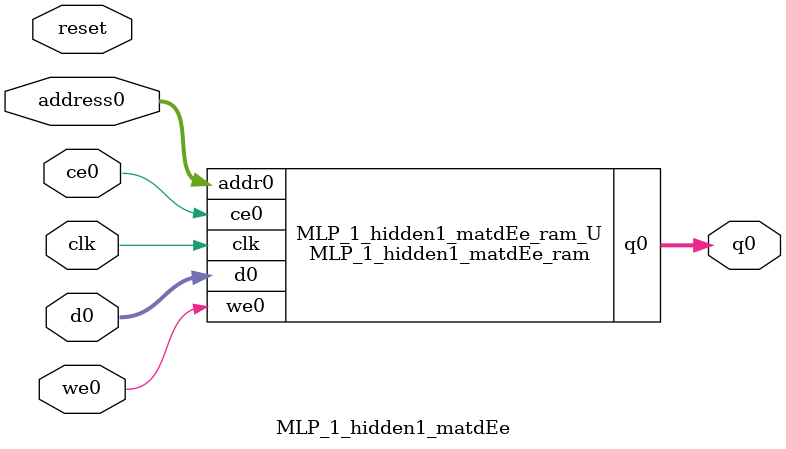
<source format=v>
`timescale 1 ns / 1 ps
module MLP_1_hidden1_matdEe_ram (addr0, ce0, d0, we0, q0,  clk);

parameter DWIDTH = 32;
parameter AWIDTH = 16;
parameter MEM_SIZE = 65536;

input[AWIDTH-1:0] addr0;
input ce0;
input[DWIDTH-1:0] d0;
input we0;
output reg[DWIDTH-1:0] q0;
input clk;

(* ram_style = "block" *)reg [DWIDTH-1:0] ram[0:MEM_SIZE-1];




always @(posedge clk)  
begin 
    if (ce0) begin
        if (we0) 
            ram[addr0] <= d0; 
        q0 <= ram[addr0];
    end
end


endmodule

`timescale 1 ns / 1 ps
module MLP_1_hidden1_matdEe(
    reset,
    clk,
    address0,
    ce0,
    we0,
    d0,
    q0);

parameter DataWidth = 32'd32;
parameter AddressRange = 32'd65536;
parameter AddressWidth = 32'd16;
input reset;
input clk;
input[AddressWidth - 1:0] address0;
input ce0;
input we0;
input[DataWidth - 1:0] d0;
output[DataWidth - 1:0] q0;



MLP_1_hidden1_matdEe_ram MLP_1_hidden1_matdEe_ram_U(
    .clk( clk ),
    .addr0( address0 ),
    .ce0( ce0 ),
    .we0( we0 ),
    .d0( d0 ),
    .q0( q0 ));

endmodule


</source>
